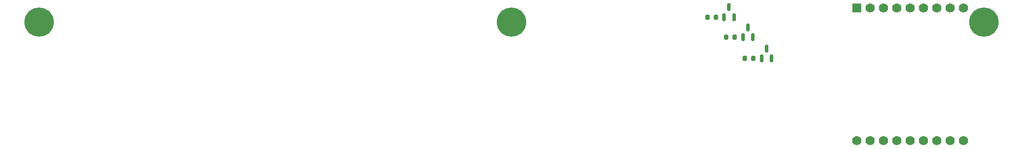
<source format=gbr>
%TF.GenerationSoftware,KiCad,Pcbnew,7.0.5*%
%TF.CreationDate,2023-06-18T10:33:00+01:00*%
%TF.ProjectId,Rapid Training Target,52617069-6420-4547-9261-696e696e6720,A*%
%TF.SameCoordinates,Original*%
%TF.FileFunction,Soldermask,Bot*%
%TF.FilePolarity,Negative*%
%FSLAX46Y46*%
G04 Gerber Fmt 4.6, Leading zero omitted, Abs format (unit mm)*
G04 Created by KiCad (PCBNEW 7.0.5) date 2023-06-18 10:33:00*
%MOMM*%
%LPD*%
G01*
G04 APERTURE LIST*
G04 Aperture macros list*
%AMRoundRect*
0 Rectangle with rounded corners*
0 $1 Rounding radius*
0 $2 $3 $4 $5 $6 $7 $8 $9 X,Y pos of 4 corners*
0 Add a 4 corners polygon primitive as box body*
4,1,4,$2,$3,$4,$5,$6,$7,$8,$9,$2,$3,0*
0 Add four circle primitives for the rounded corners*
1,1,$1+$1,$2,$3*
1,1,$1+$1,$4,$5*
1,1,$1+$1,$6,$7*
1,1,$1+$1,$8,$9*
0 Add four rect primitives between the rounded corners*
20,1,$1+$1,$2,$3,$4,$5,0*
20,1,$1+$1,$4,$5,$6,$7,0*
20,1,$1+$1,$6,$7,$8,$9,0*
20,1,$1+$1,$8,$9,$2,$3,0*%
G04 Aperture macros list end*
%ADD10C,5.600000*%
%ADD11RoundRect,0.200000X-0.200000X-0.275000X0.200000X-0.275000X0.200000X0.275000X-0.200000X0.275000X0*%
%ADD12C,1.778000*%
%ADD13R,1.778000X1.778000*%
%ADD14RoundRect,0.150000X0.150000X-0.587500X0.150000X0.587500X-0.150000X0.587500X-0.150000X-0.587500X0*%
G04 APERTURE END LIST*
D10*
%TO.C,H3*%
X220000000Y-70000000D03*
%TD*%
D11*
%TO.C,R12*%
X174435000Y-76962000D03*
X176085000Y-76962000D03*
%TD*%
%TO.C,R11*%
X172529000Y-72898000D03*
X170879000Y-72898000D03*
%TD*%
%TO.C,R10*%
X167323000Y-69088000D03*
X168973000Y-69088000D03*
%TD*%
D12*
%TO.C,U1*%
X195834000Y-92710000D03*
X198374000Y-92710000D03*
X200914000Y-92710000D03*
X203454000Y-92710000D03*
X205994000Y-92710000D03*
X208534000Y-92710000D03*
X211074000Y-92710000D03*
X213614000Y-92710000D03*
X216154000Y-92710000D03*
X216154000Y-67310000D03*
X213614000Y-67310000D03*
X211074000Y-67310000D03*
X208534000Y-67310000D03*
X205994000Y-67310000D03*
X203454000Y-67310000D03*
X200914000Y-67310000D03*
X198374000Y-67310000D03*
D13*
X195834000Y-67310000D03*
%TD*%
D14*
%TO.C,Q3*%
X179578000Y-76962000D03*
X177678000Y-76962000D03*
X178628000Y-75087000D03*
%TD*%
%TO.C,Q2*%
X176022000Y-72898000D03*
X174122000Y-72898000D03*
X175072000Y-71023000D03*
%TD*%
%TO.C,Q1*%
X171450000Y-67134500D03*
X170500000Y-69009500D03*
X172400000Y-69009500D03*
%TD*%
D10*
%TO.C,H2*%
X40000000Y-70000000D03*
%TD*%
%TO.C,H1*%
X130000000Y-70000000D03*
%TD*%
M02*

</source>
